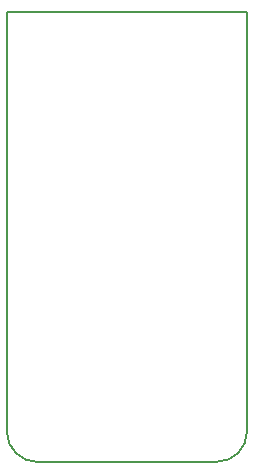
<source format=gm1>
G04 #@! TF.FileFunction,Profile,NP*
%FSLAX46Y46*%
G04 Gerber Fmt 4.6, Leading zero omitted, Abs format (unit mm)*
G04 Created by KiCad (PCBNEW 4.0.1-stable) date Monday, April 18, 2016 'PMt' 10:33:09 PM*
%MOMM*%
G01*
G04 APERTURE LIST*
%ADD10C,0.100000*%
%ADD11C,0.150000*%
G04 APERTURE END LIST*
D10*
D11*
X142240000Y-116840000D02*
G75*
G03X144780000Y-119380000I2540000J0D01*
G01*
X160020000Y-119380000D02*
G75*
G03X162560000Y-116840000I0J2540000D01*
G01*
X162560000Y-81280000D02*
X162560000Y-116840000D01*
X142240000Y-116840000D02*
X142240000Y-81280000D01*
X160020000Y-119380000D02*
X144780000Y-119380000D01*
X142240000Y-81280000D02*
X162560000Y-81280000D01*
M02*

</source>
